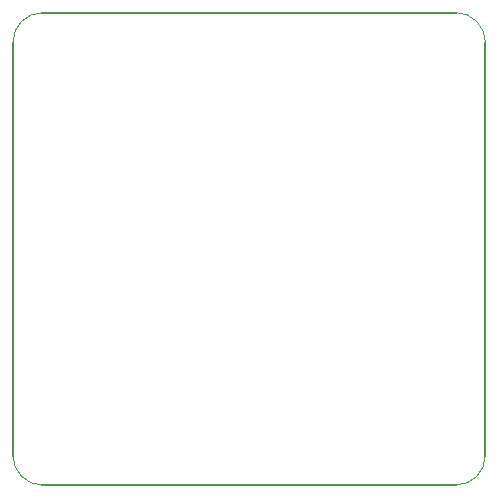
<source format=gm1>
G04*
G04 #@! TF.GenerationSoftware,Altium Limited,Altium Designer,19.1.9 (167)*
G04*
G04 Layer_Color=16711935*
%FSAX25Y25*%
%MOIN*%
G70*
G01*
G75*
%ADD33C,0.00700*%
%ADD40C,0.00050*%
D33*
X0009843Y0157480D02*
X0147638D01*
X0157480Y0009843D02*
Y0147638D01*
X0009843Y0000000D02*
X0147638D01*
X0000000Y0009843D02*
Y0147638D01*
D40*
Y0009843D02*
G03*
X0009843Y0000000I0009843J0000000D01*
G01*
Y0157480D02*
G03*
X0000000Y0147638I0000000J-0009843D01*
G01*
X0157480D02*
G03*
X0147638Y0157480I-0009843J0000000D01*
G01*
Y0000000D02*
G03*
X0157480Y0009843I0000000J0009843D01*
G01*
M02*

</source>
